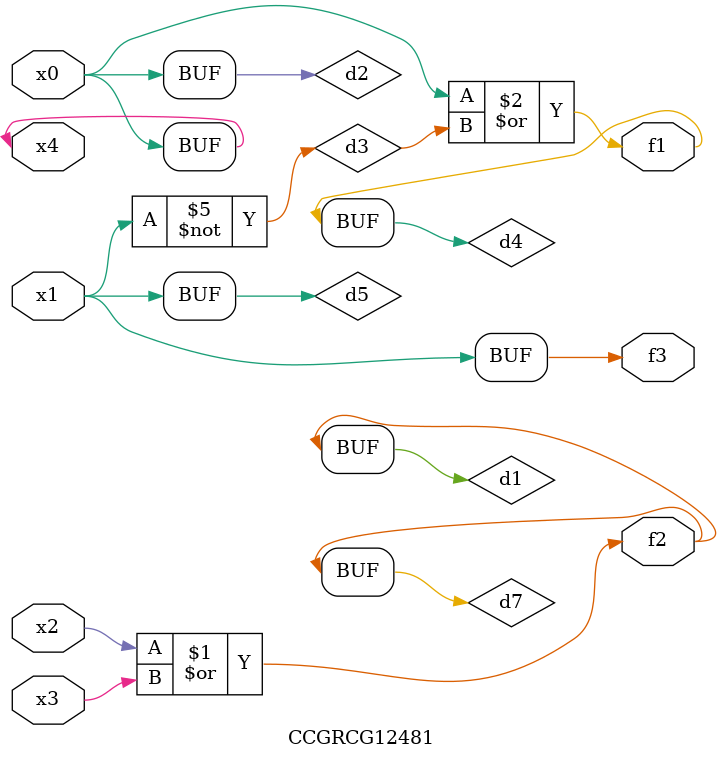
<source format=v>
module CCGRCG12481(
	input x0, x1, x2, x3, x4,
	output f1, f2, f3
);

	wire d1, d2, d3, d4, d5, d6, d7;

	or (d1, x2, x3);
	buf (d2, x0, x4);
	not (d3, x1);
	or (d4, d2, d3);
	not (d5, d3);
	nand (d6, d1, d3);
	or (d7, d1);
	assign f1 = d4;
	assign f2 = d7;
	assign f3 = d5;
endmodule

</source>
